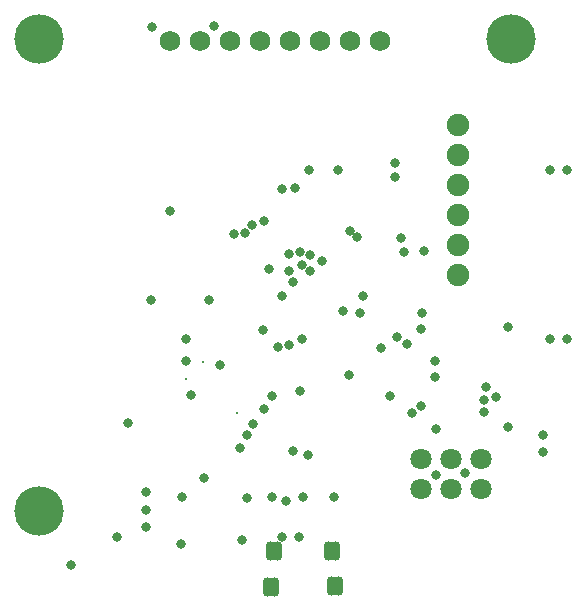
<source format=gbs>
%FSLAX23Y23*%
%MOIN*%
G70*
G01*
G75*
G04 Layer_Color=16711935*
%ADD10C,0.006*%
%ADD11R,0.031X0.035*%
%ADD12R,0.030X0.033*%
G04:AMPARAMS|DCode=13|XSize=71mil|YSize=94mil|CornerRadius=0mil|HoleSize=0mil|Usage=FLASHONLY|Rotation=225.000|XOffset=0mil|YOffset=0mil|HoleType=Round|Shape=Rectangle|*
%AMROTATEDRECTD13*
4,1,4,-0.008,0.058,0.058,-0.008,0.008,-0.058,-0.058,0.008,-0.008,0.058,0.0*
%
%ADD13ROTATEDRECTD13*%

%ADD14O,0.087X0.024*%
%ADD15R,0.039X0.028*%
G04:AMPARAMS|DCode=16|XSize=22mil|YSize=69mil|CornerRadius=0mil|HoleSize=0mil|Usage=FLASHONLY|Rotation=45.000|XOffset=0mil|YOffset=0mil|HoleType=Round|Shape=Round|*
%AMOVALD16*
21,1,0.047,0.022,0.000,0.000,135.0*
1,1,0.022,0.017,-0.017*
1,1,0.022,-0.017,0.017*
%
%ADD16OVALD16*%

G04:AMPARAMS|DCode=17|XSize=22mil|YSize=69mil|CornerRadius=0mil|HoleSize=0mil|Usage=FLASHONLY|Rotation=135.000|XOffset=0mil|YOffset=0mil|HoleType=Round|Shape=Round|*
%AMOVALD17*
21,1,0.047,0.022,0.000,0.000,225.0*
1,1,0.022,0.017,0.017*
1,1,0.022,-0.017,-0.017*
%
%ADD17OVALD17*%

%ADD18R,0.067X0.031*%
G04:AMPARAMS|DCode=19|XSize=31mil|YSize=67mil|CornerRadius=0mil|HoleSize=0mil|Usage=FLASHONLY|Rotation=315.000|XOffset=0mil|YOffset=0mil|HoleType=Round|Shape=Rectangle|*
%AMROTATEDRECTD19*
4,1,4,-0.035,-0.013,0.013,0.035,0.035,0.013,-0.013,-0.035,-0.035,-0.013,0.0*
%
%ADD19ROTATEDRECTD19*%

%ADD20R,0.033X0.030*%
G04:AMPARAMS|DCode=21|XSize=33mil|YSize=30mil|CornerRadius=0mil|HoleSize=0mil|Usage=FLASHONLY|Rotation=45.000|XOffset=0mil|YOffset=0mil|HoleType=Round|Shape=Rectangle|*
%AMROTATEDRECTD21*
4,1,4,-0.001,-0.022,-0.022,-0.001,0.001,0.022,0.022,0.001,-0.001,-0.022,0.0*
%
%ADD21ROTATEDRECTD21*%

%ADD22R,0.024X0.035*%
%ADD23C,0.031*%
%ADD24R,0.016X0.069*%
G04:AMPARAMS|DCode=25|XSize=35mil|YSize=31mil|CornerRadius=0mil|HoleSize=0mil|Usage=FLASHONLY|Rotation=225.000|XOffset=0mil|YOffset=0mil|HoleType=Round|Shape=Rectangle|*
%AMROTATEDRECTD25*
4,1,4,0.001,0.024,0.024,0.001,-0.001,-0.024,-0.024,-0.001,0.001,0.024,0.0*
%
%ADD25ROTATEDRECTD25*%

%ADD26R,0.035X0.031*%
G04:AMPARAMS|DCode=27|XSize=35mil|YSize=31mil|CornerRadius=0mil|HoleSize=0mil|Usage=FLASHONLY|Rotation=135.000|XOffset=0mil|YOffset=0mil|HoleType=Round|Shape=Rectangle|*
%AMROTATEDRECTD27*
4,1,4,0.024,-0.001,0.001,-0.024,-0.024,0.001,-0.001,0.024,0.024,-0.001,0.0*
%
%ADD27ROTATEDRECTD27*%

%ADD28C,0.006*%
%ADD29C,0.067*%
%ADD30C,0.061*%
%ADD31C,0.157*%
%ADD32C,0.024*%
G04:AMPARAMS|DCode=33|XSize=47mil|YSize=55mil|CornerRadius=12mil|HoleSize=0mil|Usage=FLASHONLY|Rotation=180.000|XOffset=0mil|YOffset=0mil|HoleType=Round|Shape=RoundedRectangle|*
%AMROUNDEDRECTD33*
21,1,0.047,0.031,0,0,180.0*
21,1,0.024,0.055,0,0,180.0*
1,1,0.024,-0.012,0.016*
1,1,0.024,0.012,0.016*
1,1,0.024,0.012,-0.016*
1,1,0.024,-0.012,-0.016*
%
%ADD33ROUNDEDRECTD33*%
%ADD34C,0.063*%
%ADD35C,0.025*%
%ADD36C,0.004*%
%ADD37C,0.010*%
%ADD38C,0.024*%
%ADD39C,0.001*%
%ADD40C,0.002*%
%ADD41C,0.010*%
%ADD42C,0.008*%
%ADD43C,0.006*%
%ADD44C,0.006*%
%ADD45R,0.039X0.043*%
%ADD46R,0.038X0.041*%
G04:AMPARAMS|DCode=47|XSize=79mil|YSize=102mil|CornerRadius=0mil|HoleSize=0mil|Usage=FLASHONLY|Rotation=225.000|XOffset=0mil|YOffset=0mil|HoleType=Round|Shape=Rectangle|*
%AMROTATEDRECTD47*
4,1,4,-0.008,0.064,0.064,-0.008,0.008,-0.064,-0.064,0.008,-0.008,0.064,0.0*
%
%ADD47ROTATEDRECTD47*%

%ADD48O,0.095X0.032*%
%ADD49R,0.047X0.036*%
G04:AMPARAMS|DCode=50|XSize=30mil|YSize=77mil|CornerRadius=0mil|HoleSize=0mil|Usage=FLASHONLY|Rotation=45.000|XOffset=0mil|YOffset=0mil|HoleType=Round|Shape=Round|*
%AMOVALD50*
21,1,0.047,0.030,0.000,0.000,135.0*
1,1,0.030,0.017,-0.017*
1,1,0.030,-0.017,0.017*
%
%ADD50OVALD50*%

G04:AMPARAMS|DCode=51|XSize=30mil|YSize=77mil|CornerRadius=0mil|HoleSize=0mil|Usage=FLASHONLY|Rotation=135.000|XOffset=0mil|YOffset=0mil|HoleType=Round|Shape=Round|*
%AMOVALD51*
21,1,0.047,0.030,0.000,0.000,225.0*
1,1,0.030,0.017,0.017*
1,1,0.030,-0.017,-0.017*
%
%ADD51OVALD51*%

%ADD52R,0.075X0.039*%
G04:AMPARAMS|DCode=53|XSize=39mil|YSize=75mil|CornerRadius=0mil|HoleSize=0mil|Usage=FLASHONLY|Rotation=315.000|XOffset=0mil|YOffset=0mil|HoleType=Round|Shape=Rectangle|*
%AMROTATEDRECTD53*
4,1,4,-0.040,-0.013,0.013,0.040,0.040,0.013,-0.013,-0.040,-0.040,-0.013,0.0*
%
%ADD53ROTATEDRECTD53*%

%ADD54R,0.041X0.038*%
G04:AMPARAMS|DCode=55|XSize=41mil|YSize=38mil|CornerRadius=0mil|HoleSize=0mil|Usage=FLASHONLY|Rotation=45.000|XOffset=0mil|YOffset=0mil|HoleType=Round|Shape=Rectangle|*
%AMROTATEDRECTD55*
4,1,4,-0.001,-0.028,-0.028,-0.001,0.001,0.028,0.028,0.001,-0.001,-0.028,0.0*
%
%ADD55ROTATEDRECTD55*%

%ADD56R,0.032X0.043*%
%ADD57C,0.039*%
%ADD58R,0.024X0.077*%
G04:AMPARAMS|DCode=59|XSize=43mil|YSize=39mil|CornerRadius=0mil|HoleSize=0mil|Usage=FLASHONLY|Rotation=225.000|XOffset=0mil|YOffset=0mil|HoleType=Round|Shape=Rectangle|*
%AMROTATEDRECTD59*
4,1,4,0.001,0.029,0.029,0.001,-0.001,-0.029,-0.029,-0.001,0.001,0.029,0.0*
%
%ADD59ROTATEDRECTD59*%

%ADD60R,0.043X0.039*%
G04:AMPARAMS|DCode=61|XSize=43mil|YSize=39mil|CornerRadius=0mil|HoleSize=0mil|Usage=FLASHONLY|Rotation=135.000|XOffset=0mil|YOffset=0mil|HoleType=Round|Shape=Rectangle|*
%AMROTATEDRECTD61*
4,1,4,0.029,-0.001,0.001,-0.029,-0.029,0.001,-0.001,0.029,0.029,-0.001,0.0*
%
%ADD61ROTATEDRECTD61*%

%ADD62C,0.075*%
%ADD63C,0.069*%
%ADD64C,0.165*%
%ADD65C,0.032*%
%ADD66C,0.008*%
G04:AMPARAMS|DCode=67|XSize=55mil|YSize=63mil|CornerRadius=16mil|HoleSize=0mil|Usage=FLASHONLY|Rotation=180.000|XOffset=0mil|YOffset=0mil|HoleType=Round|Shape=RoundedRectangle|*
%AMROUNDEDRECTD67*
21,1,0.055,0.031,0,0,180.0*
21,1,0.024,0.063,0,0,180.0*
1,1,0.032,-0.012,0.016*
1,1,0.032,0.012,0.016*
1,1,0.032,0.012,-0.016*
1,1,0.032,-0.012,-0.016*
%
%ADD67ROUNDEDRECTD67*%
%ADD68C,0.071*%
%ADD69C,0.033*%
D62*
X2486Y2561D02*
D03*
Y2461D02*
D03*
Y2361D02*
D03*
Y2261D02*
D03*
Y2161D02*
D03*
Y2061D02*
D03*
D63*
X2225Y2843D02*
D03*
X2125D02*
D03*
X2025D02*
D03*
X1925D02*
D03*
X1825D02*
D03*
X1725D02*
D03*
X1625D02*
D03*
X1525D02*
D03*
D64*
X1088Y2849D02*
D03*
X2662D02*
D03*
X1088Y1275D02*
D03*
D65*
X2071Y1321D02*
D03*
X1866D02*
D03*
X1197Y1094D02*
D03*
X1567Y1323D02*
D03*
X1563Y1165D02*
D03*
D66*
X1636Y1771D02*
D03*
X1578Y1716D02*
D03*
X1748Y1603D02*
D03*
D67*
X2075Y1024D02*
D03*
X1873Y1141D02*
D03*
X2064D02*
D03*
X1862Y1021D02*
D03*
D68*
X2561Y1449D02*
D03*
X2461D02*
D03*
X2361D02*
D03*
X2561Y1349D02*
D03*
X2461D02*
D03*
X2361D02*
D03*
D69*
X2125Y2208D02*
D03*
X2304Y2139D02*
D03*
X2653Y1887D02*
D03*
Y1556D02*
D03*
X2510Y1401D02*
D03*
X2160Y1935D02*
D03*
X2103Y1942D02*
D03*
X2373Y2143D02*
D03*
X2149Y2187D02*
D03*
X2297Y2186D02*
D03*
X2086Y2411D02*
D03*
X1866Y1659D02*
D03*
X1984Y1463D02*
D03*
X2411Y1550D02*
D03*
X1835Y1879D02*
D03*
X1923Y2075D02*
D03*
X1854Y2083D02*
D03*
X1527Y2276D02*
D03*
X1839Y2242D02*
D03*
X1654Y1978D02*
D03*
X1463D02*
D03*
X1959Y1675D02*
D03*
X1941Y2352D02*
D03*
X1740Y2197D02*
D03*
X1840Y1614D02*
D03*
X1693Y1762D02*
D03*
X1638Y1386D02*
D03*
X2260Y1657D02*
D03*
X1594Y1661D02*
D03*
X1954Y1187D02*
D03*
X1899D02*
D03*
X1764Y1177D02*
D03*
X1350Y1189D02*
D03*
X1776Y2201D02*
D03*
X1783Y1319D02*
D03*
X1783Y1528D02*
D03*
X1898Y1992D02*
D03*
X1886Y1823D02*
D03*
X1579Y1850D02*
D03*
Y1776D02*
D03*
X1760Y1484D02*
D03*
X1913Y1309D02*
D03*
X1969Y1321D02*
D03*
X2122Y1728D02*
D03*
X2850Y2411D02*
D03*
X2791D02*
D03*
X1990D02*
D03*
X1898Y2350D02*
D03*
X1799Y2230D02*
D03*
X1967Y2094D02*
D03*
X1959Y2138D02*
D03*
X2850Y1848D02*
D03*
X2033Y2108D02*
D03*
X1992Y2130D02*
D03*
Y2075D02*
D03*
X1923Y2132D02*
D03*
X2768Y1472D02*
D03*
Y1528D02*
D03*
X2170Y1992D02*
D03*
X1935Y2037D02*
D03*
X1465Y2890D02*
D03*
X1671Y2892D02*
D03*
X1447Y1339D02*
D03*
Y1280D02*
D03*
X2367Y1936D02*
D03*
X1801Y1565D02*
D03*
X1384Y1567D02*
D03*
X1446Y1223D02*
D03*
X1937Y1476D02*
D03*
X2363Y1881D02*
D03*
X2274Y2390D02*
D03*
X2274Y2435D02*
D03*
X2411Y1394D02*
D03*
X2331Y1602D02*
D03*
X2363Y1625D02*
D03*
X2571Y1646D02*
D03*
Y1606D02*
D03*
X2612Y1654D02*
D03*
X2579Y1687D02*
D03*
X2228Y1819D02*
D03*
X1921Y1829D02*
D03*
X2281Y1854D02*
D03*
X2317Y1833D02*
D03*
X1967Y1848D02*
D03*
X2409Y1722D02*
D03*
Y1774D02*
D03*
X2793Y1848D02*
D03*
M02*

</source>
